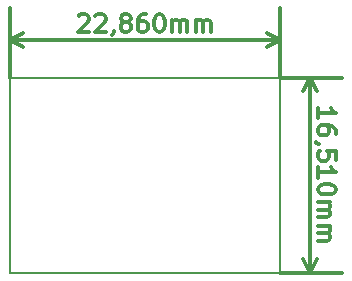
<source format=gbr>
G04 #@! TF.FileFunction,Drawing*
%FSLAX46Y46*%
G04 Gerber Fmt 4.6, Leading zero omitted, Abs format (unit mm)*
G04 Created by KiCad (PCBNEW 4.0.0-rc1-stable) date 30/11/2015 05:11:16 p.m.*
%MOMM*%
G01*
G04 APERTURE LIST*
%ADD10C,0.100000*%
%ADD11C,0.300000*%
%ADD12C,0.150000*%
G04 APERTURE END LIST*
D10*
D11*
X132787144Y-90681429D02*
X132858573Y-90610000D01*
X133001430Y-90538571D01*
X133358573Y-90538571D01*
X133501430Y-90610000D01*
X133572859Y-90681429D01*
X133644287Y-90824286D01*
X133644287Y-90967143D01*
X133572859Y-91181429D01*
X132715716Y-92038571D01*
X133644287Y-92038571D01*
X134215715Y-90681429D02*
X134287144Y-90610000D01*
X134430001Y-90538571D01*
X134787144Y-90538571D01*
X134930001Y-90610000D01*
X135001430Y-90681429D01*
X135072858Y-90824286D01*
X135072858Y-90967143D01*
X135001430Y-91181429D01*
X134144287Y-92038571D01*
X135072858Y-92038571D01*
X135787143Y-91967143D02*
X135787143Y-92038571D01*
X135715715Y-92181429D01*
X135644286Y-92252857D01*
X136644287Y-91181429D02*
X136501429Y-91110000D01*
X136430001Y-91038571D01*
X136358572Y-90895714D01*
X136358572Y-90824286D01*
X136430001Y-90681429D01*
X136501429Y-90610000D01*
X136644287Y-90538571D01*
X136930001Y-90538571D01*
X137072858Y-90610000D01*
X137144287Y-90681429D01*
X137215715Y-90824286D01*
X137215715Y-90895714D01*
X137144287Y-91038571D01*
X137072858Y-91110000D01*
X136930001Y-91181429D01*
X136644287Y-91181429D01*
X136501429Y-91252857D01*
X136430001Y-91324286D01*
X136358572Y-91467143D01*
X136358572Y-91752857D01*
X136430001Y-91895714D01*
X136501429Y-91967143D01*
X136644287Y-92038571D01*
X136930001Y-92038571D01*
X137072858Y-91967143D01*
X137144287Y-91895714D01*
X137215715Y-91752857D01*
X137215715Y-91467143D01*
X137144287Y-91324286D01*
X137072858Y-91252857D01*
X136930001Y-91181429D01*
X138501429Y-90538571D02*
X138215715Y-90538571D01*
X138072858Y-90610000D01*
X138001429Y-90681429D01*
X137858572Y-90895714D01*
X137787143Y-91181429D01*
X137787143Y-91752857D01*
X137858572Y-91895714D01*
X137930000Y-91967143D01*
X138072858Y-92038571D01*
X138358572Y-92038571D01*
X138501429Y-91967143D01*
X138572858Y-91895714D01*
X138644286Y-91752857D01*
X138644286Y-91395714D01*
X138572858Y-91252857D01*
X138501429Y-91181429D01*
X138358572Y-91110000D01*
X138072858Y-91110000D01*
X137930000Y-91181429D01*
X137858572Y-91252857D01*
X137787143Y-91395714D01*
X139572857Y-90538571D02*
X139715714Y-90538571D01*
X139858571Y-90610000D01*
X139930000Y-90681429D01*
X140001429Y-90824286D01*
X140072857Y-91110000D01*
X140072857Y-91467143D01*
X140001429Y-91752857D01*
X139930000Y-91895714D01*
X139858571Y-91967143D01*
X139715714Y-92038571D01*
X139572857Y-92038571D01*
X139430000Y-91967143D01*
X139358571Y-91895714D01*
X139287143Y-91752857D01*
X139215714Y-91467143D01*
X139215714Y-91110000D01*
X139287143Y-90824286D01*
X139358571Y-90681429D01*
X139430000Y-90610000D01*
X139572857Y-90538571D01*
X140715714Y-92038571D02*
X140715714Y-91038571D01*
X140715714Y-91181429D02*
X140787142Y-91110000D01*
X140930000Y-91038571D01*
X141144285Y-91038571D01*
X141287142Y-91110000D01*
X141358571Y-91252857D01*
X141358571Y-92038571D01*
X141358571Y-91252857D02*
X141430000Y-91110000D01*
X141572857Y-91038571D01*
X141787142Y-91038571D01*
X141930000Y-91110000D01*
X142001428Y-91252857D01*
X142001428Y-92038571D01*
X142715714Y-92038571D02*
X142715714Y-91038571D01*
X142715714Y-91181429D02*
X142787142Y-91110000D01*
X142930000Y-91038571D01*
X143144285Y-91038571D01*
X143287142Y-91110000D01*
X143358571Y-91252857D01*
X143358571Y-92038571D01*
X143358571Y-91252857D02*
X143430000Y-91110000D01*
X143572857Y-91038571D01*
X143787142Y-91038571D01*
X143930000Y-91110000D01*
X144001428Y-91252857D01*
X144001428Y-92038571D01*
X127000000Y-92710000D02*
X149860000Y-92710000D01*
X127000000Y-95885000D02*
X127000000Y-90010000D01*
X149860000Y-95885000D02*
X149860000Y-90010000D01*
X149860000Y-92710000D02*
X148733496Y-93296421D01*
X149860000Y-92710000D02*
X148733496Y-92123579D01*
X127000000Y-92710000D02*
X128126504Y-93296421D01*
X127000000Y-92710000D02*
X128126504Y-92123579D01*
X153071429Y-99354287D02*
X153071429Y-98497144D01*
X153071429Y-98925716D02*
X154571429Y-98925716D01*
X154357143Y-98782859D01*
X154214286Y-98640001D01*
X154142857Y-98497144D01*
X154571429Y-100640001D02*
X154571429Y-100354287D01*
X154500000Y-100211430D01*
X154428571Y-100140001D01*
X154214286Y-99997144D01*
X153928571Y-99925715D01*
X153357143Y-99925715D01*
X153214286Y-99997144D01*
X153142857Y-100068572D01*
X153071429Y-100211430D01*
X153071429Y-100497144D01*
X153142857Y-100640001D01*
X153214286Y-100711430D01*
X153357143Y-100782858D01*
X153714286Y-100782858D01*
X153857143Y-100711430D01*
X153928571Y-100640001D01*
X154000000Y-100497144D01*
X154000000Y-100211430D01*
X153928571Y-100068572D01*
X153857143Y-99997144D01*
X153714286Y-99925715D01*
X153142857Y-101497143D02*
X153071429Y-101497143D01*
X152928571Y-101425715D01*
X152857143Y-101354286D01*
X154571429Y-102854287D02*
X154571429Y-102140001D01*
X153857143Y-102068572D01*
X153928571Y-102140001D01*
X154000000Y-102282858D01*
X154000000Y-102640001D01*
X153928571Y-102782858D01*
X153857143Y-102854287D01*
X153714286Y-102925715D01*
X153357143Y-102925715D01*
X153214286Y-102854287D01*
X153142857Y-102782858D01*
X153071429Y-102640001D01*
X153071429Y-102282858D01*
X153142857Y-102140001D01*
X153214286Y-102068572D01*
X153071429Y-104354286D02*
X153071429Y-103497143D01*
X153071429Y-103925715D02*
X154571429Y-103925715D01*
X154357143Y-103782858D01*
X154214286Y-103640000D01*
X154142857Y-103497143D01*
X154571429Y-105282857D02*
X154571429Y-105425714D01*
X154500000Y-105568571D01*
X154428571Y-105640000D01*
X154285714Y-105711429D01*
X154000000Y-105782857D01*
X153642857Y-105782857D01*
X153357143Y-105711429D01*
X153214286Y-105640000D01*
X153142857Y-105568571D01*
X153071429Y-105425714D01*
X153071429Y-105282857D01*
X153142857Y-105140000D01*
X153214286Y-105068571D01*
X153357143Y-104997143D01*
X153642857Y-104925714D01*
X154000000Y-104925714D01*
X154285714Y-104997143D01*
X154428571Y-105068571D01*
X154500000Y-105140000D01*
X154571429Y-105282857D01*
X153071429Y-106425714D02*
X154071429Y-106425714D01*
X153928571Y-106425714D02*
X154000000Y-106497142D01*
X154071429Y-106640000D01*
X154071429Y-106854285D01*
X154000000Y-106997142D01*
X153857143Y-107068571D01*
X153071429Y-107068571D01*
X153857143Y-107068571D02*
X154000000Y-107140000D01*
X154071429Y-107282857D01*
X154071429Y-107497142D01*
X154000000Y-107640000D01*
X153857143Y-107711428D01*
X153071429Y-107711428D01*
X153071429Y-108425714D02*
X154071429Y-108425714D01*
X153928571Y-108425714D02*
X154000000Y-108497142D01*
X154071429Y-108640000D01*
X154071429Y-108854285D01*
X154000000Y-108997142D01*
X153857143Y-109068571D01*
X153071429Y-109068571D01*
X153857143Y-109068571D02*
X154000000Y-109140000D01*
X154071429Y-109282857D01*
X154071429Y-109497142D01*
X154000000Y-109640000D01*
X153857143Y-109711428D01*
X153071429Y-109711428D01*
X152400000Y-95885000D02*
X152400000Y-112395000D01*
X149860000Y-95885000D02*
X155100000Y-95885000D01*
X149860000Y-112395000D02*
X155100000Y-112395000D01*
X152400000Y-112395000D02*
X151813579Y-111268496D01*
X152400000Y-112395000D02*
X152986421Y-111268496D01*
X152400000Y-95885000D02*
X151813579Y-97011504D01*
X152400000Y-95885000D02*
X152986421Y-97011504D01*
D12*
X127000000Y-112395000D02*
X127000000Y-95885000D01*
X149860000Y-112395000D02*
X127000000Y-112395000D01*
X149860000Y-95885000D02*
X149860000Y-112395000D01*
X127000000Y-95885000D02*
X149860000Y-95885000D01*
M02*

</source>
